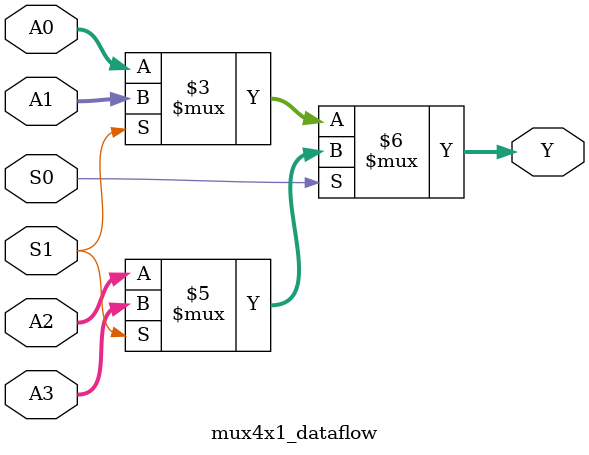
<source format=v>
/*
	4 to 1 multiplexer using dataflow
	using conditional operatopr. conditional operator always create 2 to 1 mux
	output = conditional exp ? true_exp : false_exp ;
	
	S0  S1  Y
	0   0	A0
	0	1	A1
	1	0	A2
	1	0	A3
	
	*/
	
module mux4x1_dataflow (A0,A1,A2,A3,S0,S1,Y);

parameter width = 4;

output [width-1:0] Y;
input [width-1:0] A0;	//Inputline with 2'b00
input [width-1:0] A1;	//Inputline with 2'b01
input [width-1:0] A2;	//Inputline with 2'b10
input [width-1:0] A3;	//Inputline with 2'b11
input 			  S0;	//select line MSB
input 			  S1;	//select line LSB

 assign Y = (S0 == 0 ? (S1 == 0 ? A0 : A1 ) : (S1 == 0 ? A2 : A3)); //dataflow

/*
always @(*) begin
	assign Y = (S0 == 0 ? (S1 == 0 ? A0 : A1 ) : (S1 == 0 ? A2 : A3)); //dataflow
end
*/
endmodule
</source>
